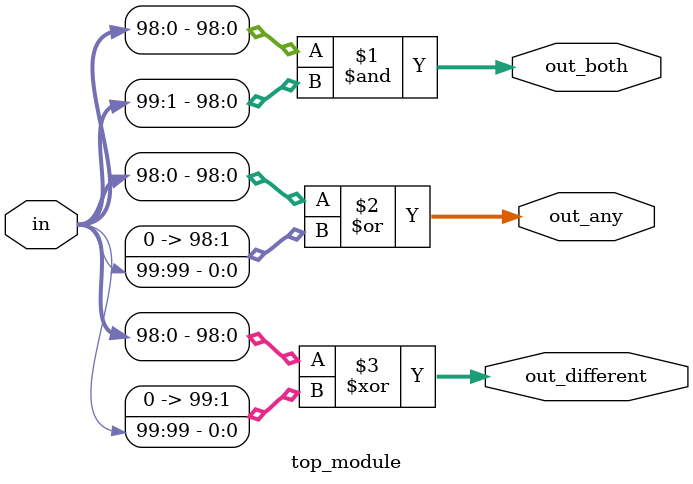
<source format=sv>
module top_module (
    input [99:0] in,
    output [98:0] out_both,
    output [99:1] out_any,
    output [99:0] out_different
);

    assign out_both = in[98:0] & in[99:1];
    
    assign out_any = in[98:0] | {1'b0, in[99]};
    
    assign out_different = in[98:0] ^ {1'b0, in[99]};

endmodule

</source>
